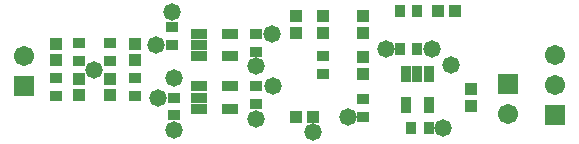
<source format=gts>
G04 Layer_Color=8388736*
%FSLAX25Y25*%
%MOIN*%
G70*
G01*
G75*
%ADD30R,0.04343X0.03950*%
%ADD31R,0.03950X0.04343*%
%ADD32R,0.03556X0.04343*%
%ADD33R,0.03241X0.05603*%
%ADD34R,0.04343X0.03556*%
%ADD35R,0.05603X0.03241*%
%ADD36R,0.06706X0.06706*%
%ADD37C,0.06706*%
%ADD38C,0.05800*%
D30*
X156102Y17913D02*
D03*
Y23425D02*
D03*
X120079Y28543D02*
D03*
Y34055D02*
D03*
Y42323D02*
D03*
Y47835D02*
D03*
X106693Y42323D02*
D03*
Y47835D02*
D03*
X97835Y42323D02*
D03*
Y47835D02*
D03*
X43898Y38583D02*
D03*
Y33071D02*
D03*
X35827Y26969D02*
D03*
Y21457D02*
D03*
X25394Y26969D02*
D03*
Y21457D02*
D03*
X17717Y33071D02*
D03*
Y38583D02*
D03*
D31*
X145079Y49409D02*
D03*
X150591D02*
D03*
X97835Y14370D02*
D03*
X103347D02*
D03*
D32*
X138189Y49409D02*
D03*
X132283D02*
D03*
X138189Y36811D02*
D03*
X132283D02*
D03*
X141929Y10630D02*
D03*
X136024D02*
D03*
D33*
X141929Y28543D02*
D03*
X138189D02*
D03*
X134449D02*
D03*
Y18228D02*
D03*
X141929D02*
D03*
D34*
X120079Y14370D02*
D03*
Y20276D02*
D03*
X106693Y28543D02*
D03*
Y34449D02*
D03*
X84449Y41929D02*
D03*
Y36024D02*
D03*
X56496Y38189D02*
D03*
Y44094D02*
D03*
X84449Y24409D02*
D03*
Y18504D02*
D03*
X56890Y20669D02*
D03*
Y14764D02*
D03*
X43898Y27165D02*
D03*
Y21260D02*
D03*
X35827Y32874D02*
D03*
Y38780D02*
D03*
X25394Y32874D02*
D03*
Y38780D02*
D03*
X17717Y21260D02*
D03*
Y27165D02*
D03*
D35*
X65354Y41929D02*
D03*
Y38189D02*
D03*
Y34449D02*
D03*
X75669D02*
D03*
Y41929D02*
D03*
X65354Y24409D02*
D03*
Y20669D02*
D03*
Y16929D02*
D03*
X75669D02*
D03*
Y24409D02*
D03*
D36*
X184055Y14961D02*
D03*
X168307Y25197D02*
D03*
X6992Y24492D02*
D03*
D37*
X184055Y24961D02*
D03*
Y34961D02*
D03*
X168307Y15197D02*
D03*
X6992Y34492D02*
D03*
D38*
X127559Y36811D02*
D03*
X149409Y31693D02*
D03*
X143110Y36811D02*
D03*
X114961Y14370D02*
D03*
X146850Y10630D02*
D03*
X103347Y9252D02*
D03*
X56890Y27362D02*
D03*
X89764Y41929D02*
D03*
X84449Y31299D02*
D03*
X51181Y38189D02*
D03*
X56496Y49213D02*
D03*
X84449Y13583D02*
D03*
X89961Y24409D02*
D03*
X56890Y9843D02*
D03*
X51575Y20669D02*
D03*
X30512Y29921D02*
D03*
M02*

</source>
